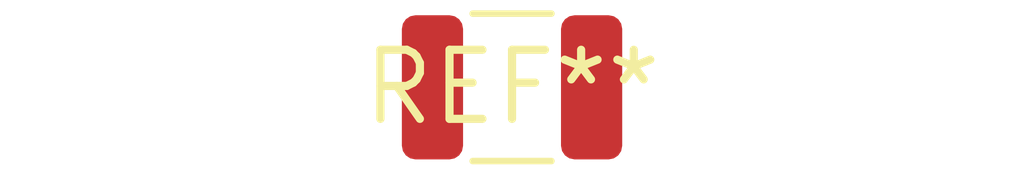
<source format=kicad_pcb>
(kicad_pcb (version 20240108) (generator pcbnew)
  (layers (0 "F.Cu" signal) (31 "B.Cu" signal) (34 "B.Paste" user) (35 "F.Paste" user) (36 "B.SilkS" user "B.Silkscreen") (37 "F.SilkS" user "F.Silkscreen") (38 "B.Mask" user) (39 "F.Mask" user) (44 "Edge.Cuts" user))
  (net 0 "")
  (footprint "R_1210_3225Metric" (layer "F.Cu") (at 0 0)
    (property "Reference" "REF**")
    (property "Value" "R_1210_3225Metric")
    (fp_line (start -0.723737 -1.355) (end 0.723737 -1.355) (layer "F.SilkS") (stroke (width 0.12)))
    (fp_line (start -0.723737 1.355) (end 0.723737 1.355) (layer "F.SilkS") (stroke (width 0.12)))
    (pad "1" smd roundrect (at -1.4625 0) (size 1.125 2.65) (layers "F.Cu" "F.Paste" "F.Mask") (roundrect_rratio 0.222222))
    (pad "2" smd roundrect (at 1.4625 0) (size 1.125 2.65) (layers "F.Cu" "F.Paste" "F.Mask") (roundrect_rratio 0.222222))
  )
)
</source>
